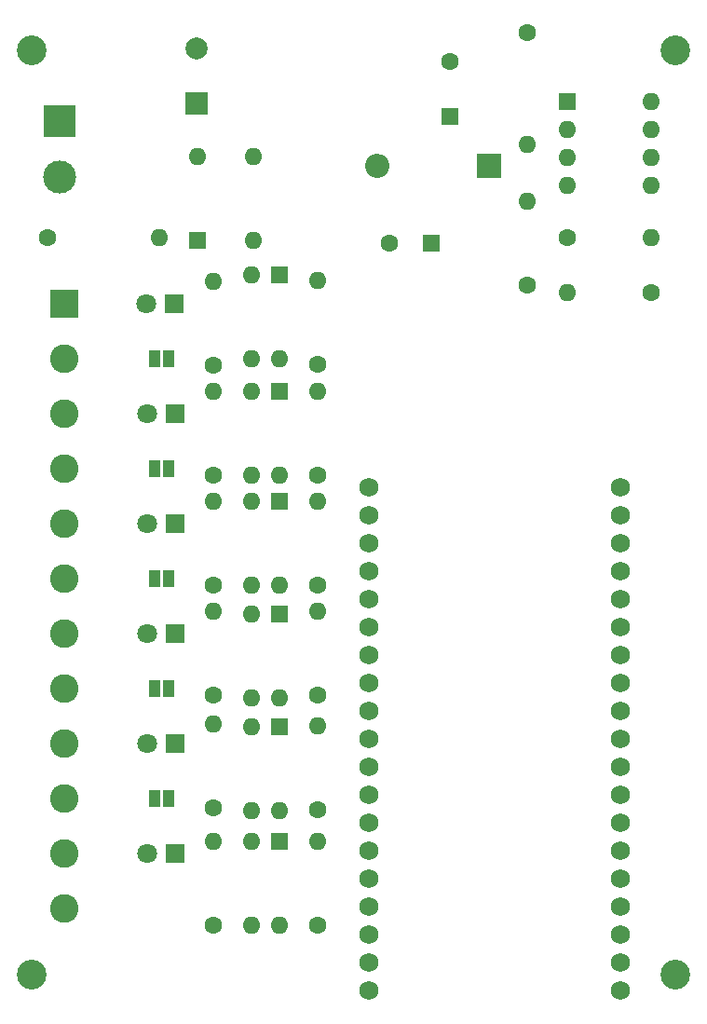
<source format=gbr>
%TF.GenerationSoftware,KiCad,Pcbnew,8.0.4*%
%TF.CreationDate,2024-09-13T06:36:19-04:00*%
%TF.ProjectId,UpTime,55705469-6d65-42e6-9b69-6361645f7063,rev?*%
%TF.SameCoordinates,Original*%
%TF.FileFunction,Soldermask,Top*%
%TF.FilePolarity,Negative*%
%FSLAX46Y46*%
G04 Gerber Fmt 4.6, Leading zero omitted, Abs format (unit mm)*
G04 Created by KiCad (PCBNEW 8.0.4) date 2024-09-13 06:36:19*
%MOMM*%
%LPD*%
G01*
G04 APERTURE LIST*
%ADD10C,2.700000*%
%ADD11R,1.000000X1.500000*%
%ADD12C,1.600000*%
%ADD13O,1.600000X1.600000*%
%ADD14R,1.800000X1.800000*%
%ADD15C,1.800000*%
%ADD16R,1.600000X1.600000*%
%ADD17R,2.000000X2.000000*%
%ADD18C,2.000000*%
%ADD19R,3.000000X3.000000*%
%ADD20C,3.000000*%
%ADD21R,2.600000X2.600000*%
%ADD22C,2.600000*%
%ADD23C,1.728000*%
%ADD24R,2.200000X2.200000*%
%ADD25O,2.200000X2.200000*%
G04 APERTURE END LIST*
D10*
%TO.C,REF\u002A\u002A*%
X178500000Y-56500000D03*
%TD*%
D11*
%TO.C,JP5*%
X131160000Y-114500000D03*
X132460000Y-114500000D03*
%TD*%
D12*
%TO.C,R7*%
X136500000Y-115120000D03*
D13*
X136500000Y-107500000D03*
%TD*%
D14*
%TO.C,D7*%
X133000000Y-119500000D03*
D15*
X130460000Y-119500000D03*
%TD*%
D16*
%TO.C,U4*%
X142540000Y-97500000D03*
D13*
X140000000Y-97500000D03*
X140000000Y-105120000D03*
X142540000Y-105120000D03*
%TD*%
D10*
%TO.C,REF\u002A\u002A*%
X178500000Y-140500000D03*
%TD*%
D11*
%TO.C,JP1*%
X131160000Y-84500000D03*
X132460000Y-84500000D03*
%TD*%
D17*
%TO.C,C1*%
X135000000Y-61367677D03*
D18*
X135000000Y-56367677D03*
%TD*%
D12*
%TO.C,R2*%
X146000000Y-85000000D03*
D13*
X146000000Y-77380000D03*
%TD*%
D11*
%TO.C,JP2*%
X131160000Y-94500000D03*
X132460000Y-94500000D03*
%TD*%
D16*
%TO.C,U8*%
X142500000Y-128380000D03*
D13*
X139960000Y-128380000D03*
X139960000Y-136000000D03*
X142500000Y-136000000D03*
%TD*%
D12*
%TO.C,R12*%
X136500000Y-125310000D03*
D13*
X136500000Y-117690000D03*
%TD*%
D12*
%TO.C,L1*%
X165000000Y-54920000D03*
D13*
X165000000Y-65080000D03*
%TD*%
D12*
%TO.C,R15*%
X146000000Y-136000000D03*
D13*
X146000000Y-128380000D03*
%TD*%
D12*
%TO.C,R11*%
X176310000Y-78500000D03*
D13*
X168690000Y-78500000D03*
%TD*%
D19*
%TO.C,J8*%
X122500000Y-62960000D03*
D20*
X122500000Y-68040000D03*
%TD*%
D14*
%TO.C,D2*%
X133000000Y-89500000D03*
D15*
X130460000Y-89500000D03*
%TD*%
D16*
%TO.C,C2*%
X158000000Y-62500000D03*
D12*
X158000000Y-57500000D03*
%TD*%
D16*
%TO.C,U6*%
X142540000Y-118000000D03*
D13*
X140000000Y-118000000D03*
X140000000Y-125620000D03*
X142540000Y-125620000D03*
%TD*%
D21*
%TO.C,J7*%
X123000000Y-79500000D03*
D22*
X123000000Y-84500000D03*
X123000000Y-89500000D03*
X123000000Y-94500000D03*
X123000000Y-99500000D03*
X123000000Y-104500000D03*
X123000000Y-109500000D03*
X123000000Y-114500000D03*
X123000000Y-119500000D03*
X123000000Y-124500000D03*
X123000000Y-129500000D03*
X123000000Y-134500000D03*
%TD*%
D14*
%TO.C,D3*%
X133000000Y-99500000D03*
D15*
X130460000Y-99500000D03*
%TD*%
D12*
%TO.C,R4*%
X146000000Y-95120000D03*
D13*
X146000000Y-87500000D03*
%TD*%
D14*
%TO.C,D1*%
X132960000Y-79500000D03*
D15*
X130420000Y-79500000D03*
%TD*%
D16*
%TO.C,U3*%
X142540000Y-87500000D03*
D13*
X140000000Y-87500000D03*
X140000000Y-95120000D03*
X142540000Y-95120000D03*
%TD*%
D12*
%TO.C,R10*%
X168690000Y-73500000D03*
D13*
X176310000Y-73500000D03*
%TD*%
D16*
%TO.C,D5*%
X135100000Y-73810000D03*
D13*
X140180000Y-73810000D03*
X140180000Y-66190000D03*
X135100000Y-66190000D03*
%TD*%
D12*
%TO.C,R5*%
X136500000Y-105120000D03*
D13*
X136500000Y-97500000D03*
%TD*%
D12*
%TO.C,F1*%
X121420000Y-73500000D03*
D13*
X131580000Y-73500000D03*
%TD*%
D14*
%TO.C,D4*%
X133000000Y-109500000D03*
D15*
X130460000Y-109500000D03*
%TD*%
D12*
%TO.C,R8*%
X146000000Y-115120000D03*
D13*
X146000000Y-107500000D03*
%TD*%
D16*
%TO.C,U7*%
X168700000Y-61200000D03*
D13*
X168700000Y-63740000D03*
X168700000Y-66280000D03*
X168700000Y-68820000D03*
X176320000Y-68820000D03*
X176320000Y-66280000D03*
X176320000Y-63740000D03*
X176320000Y-61200000D03*
%TD*%
D12*
%TO.C,R13*%
X136500000Y-136000000D03*
D13*
X136500000Y-128380000D03*
%TD*%
D16*
%TO.C,C3*%
X156300000Y-74000000D03*
D12*
X152500000Y-74000000D03*
%TD*%
%TO.C,R14*%
X146000000Y-125500000D03*
D13*
X146000000Y-117880000D03*
%TD*%
D11*
%TO.C,JP4*%
X131160000Y-124500000D03*
X132460000Y-124500000D03*
%TD*%
D14*
%TO.C,D8*%
X133000000Y-129500000D03*
D15*
X130460000Y-129500000D03*
%TD*%
D23*
%TO.C,U1*%
X173500000Y-141900000D03*
X173500000Y-139360000D03*
X173500000Y-136820000D03*
X173500000Y-134280000D03*
X173500000Y-131740000D03*
X173500000Y-129200000D03*
X173500000Y-126660000D03*
X173500000Y-124120000D03*
X173500000Y-121580000D03*
X173500000Y-119040000D03*
X173500000Y-116500000D03*
X173500000Y-113960000D03*
X173500000Y-111420000D03*
X173500000Y-108880000D03*
X173500000Y-106340000D03*
X173500000Y-103800000D03*
X173500000Y-101260000D03*
X173500000Y-98720000D03*
X173500000Y-96180000D03*
X150640000Y-141900000D03*
X150640000Y-139360000D03*
X150640000Y-136820000D03*
X150640000Y-134280000D03*
X150640000Y-131740000D03*
X150640000Y-129200000D03*
X150640000Y-126660000D03*
X150640000Y-124120000D03*
X150640000Y-121580000D03*
X150640000Y-119040000D03*
X150640000Y-116500000D03*
X150640000Y-113960000D03*
X150640000Y-111420000D03*
X150640000Y-108880000D03*
X150640000Y-106340000D03*
X150640000Y-103800000D03*
X150640000Y-101260000D03*
X150640000Y-98720000D03*
X150640000Y-96180000D03*
%TD*%
D24*
%TO.C,D6*%
X161580000Y-67000000D03*
D25*
X151420000Y-67000000D03*
%TD*%
D16*
%TO.C,U2*%
X142500000Y-76880000D03*
D13*
X139960000Y-76880000D03*
X139960000Y-84500000D03*
X142500000Y-84500000D03*
%TD*%
D12*
%TO.C,R3*%
X136500000Y-95120000D03*
D13*
X136500000Y-87500000D03*
%TD*%
D10*
%TO.C,REF\u002A\u002A*%
X120000000Y-56500000D03*
%TD*%
D12*
%TO.C,R1*%
X136500000Y-85120000D03*
D13*
X136500000Y-77500000D03*
%TD*%
D16*
%TO.C,U5*%
X142500000Y-107700000D03*
D13*
X139960000Y-107700000D03*
X139960000Y-115320000D03*
X142500000Y-115320000D03*
%TD*%
D12*
%TO.C,R9*%
X165000000Y-77810000D03*
D13*
X165000000Y-70190000D03*
%TD*%
D11*
%TO.C,JP3*%
X131160000Y-104500000D03*
X132460000Y-104500000D03*
%TD*%
D12*
%TO.C,R6*%
X146000000Y-105120000D03*
D13*
X146000000Y-97500000D03*
%TD*%
D10*
%TO.C,REF\u002A\u002A*%
X120000000Y-140500000D03*
%TD*%
M02*

</source>
